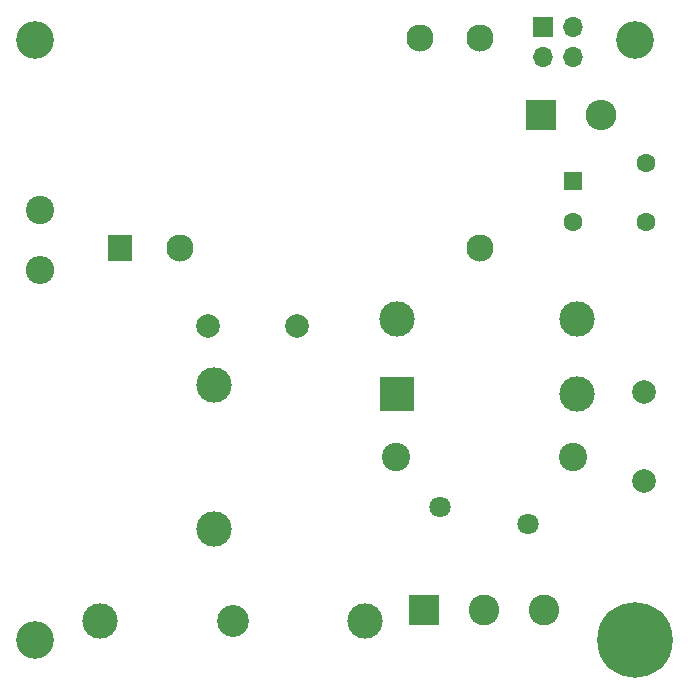
<source format=gbr>
%TF.GenerationSoftware,KiCad,Pcbnew,6.0.4-6f826c9f35~116~ubuntu18.04.1*%
%TF.CreationDate,2022-04-09T00:00:09+02:00*%
%TF.ProjectId,AE01.07.50.100,41453031-2e30-4372-9e35-302e3130302e,V1R0*%
%TF.SameCoordinates,PX9464480PY76a3180*%
%TF.FileFunction,Soldermask,Top*%
%TF.FilePolarity,Negative*%
%FSLAX46Y46*%
G04 Gerber Fmt 4.6, Leading zero omitted, Abs format (unit mm)*
G04 Created by KiCad (PCBNEW 6.0.4-6f826c9f35~116~ubuntu18.04.1) date 2022-04-09 00:00:09*
%MOMM*%
%LPD*%
G01*
G04 APERTURE LIST*
%ADD10C,3.000000*%
%ADD11R,2.600000X2.600000*%
%ADD12C,2.600000*%
%ADD13R,3.000000X3.000000*%
%ADD14C,2.400000*%
%ADD15C,2.000000*%
%ADD16R,2.000000X2.300000*%
%ADD17C,2.300000*%
%ADD18R,1.700000X1.700000*%
%ADD19O,1.700000X1.700000*%
%ADD20C,3.200000*%
%ADD21R,1.600000X1.600000*%
%ADD22C,1.600000*%
%ADD23C,2.700000*%
%ADD24C,1.800000*%
%ADD25O,2.400000X2.400000*%
%ADD26C,0.800000*%
%ADD27C,6.400000*%
%ADD28O,2.600000X2.600000*%
G04 APERTURE END LIST*
D10*
%TO.C,L1*%
X15100000Y9400000D03*
X15100000Y21600000D03*
%TD*%
D11*
%TO.C,CONN1*%
X32900000Y2495000D03*
D12*
X37980000Y2495000D03*
X43060000Y2495000D03*
%TD*%
D13*
%TO.C,L2*%
X30580000Y20825000D03*
D10*
X45820000Y20825000D03*
X45820000Y27175000D03*
X30580000Y27175000D03*
%TD*%
D14*
%TO.C,C1*%
X30500000Y15500000D03*
X45500000Y15500000D03*
%TD*%
D15*
%TO.C,C3*%
X51500000Y13450000D03*
X51500000Y20950000D03*
%TD*%
D16*
%TO.C,PS1*%
X7150000Y33150000D03*
D17*
X12230000Y33150000D03*
X37630000Y33150000D03*
X37630000Y50930000D03*
X32550000Y50930000D03*
%TD*%
D15*
%TO.C,C2*%
X14650000Y26600000D03*
X22150000Y26600000D03*
%TD*%
D18*
%TO.C,CONN2*%
X43000000Y51900000D03*
D19*
X43000000Y49360000D03*
X45540000Y51900000D03*
X45540000Y49360000D03*
%TD*%
D20*
%TO.C,H2*%
X0Y0D03*
%TD*%
D21*
%TO.C,C5*%
X45500000Y38852651D03*
D22*
X45500000Y35352651D03*
%TD*%
D23*
%TO.C,F1*%
X16700000Y1600000D03*
D10*
X27950000Y1600000D03*
X5450000Y1600000D03*
%TD*%
D20*
%TO.C,H3*%
X0Y50800000D03*
%TD*%
D24*
%TO.C,RV1*%
X34250000Y11200000D03*
X41750000Y9800000D03*
%TD*%
D14*
%TO.C,R1*%
X400000Y36390000D03*
D25*
X400000Y31310000D03*
%TD*%
D22*
%TO.C,C4*%
X51700000Y40400000D03*
X51700000Y35400000D03*
%TD*%
D20*
%TO.C,H1*%
X50800000Y50800000D03*
%TD*%
D26*
%TO.C,H4*%
X49102944Y-1697056D03*
X49102944Y1697056D03*
X52497056Y-1697056D03*
X50800000Y2400000D03*
X48400000Y0D03*
D27*
X50800000Y0D03*
D26*
X50800000Y-2400000D03*
X52497056Y1697056D03*
X53200000Y0D03*
%TD*%
D11*
%TO.C,TVS1*%
X42805000Y44400000D03*
D28*
X47885000Y44400000D03*
%TD*%
M02*

</source>
